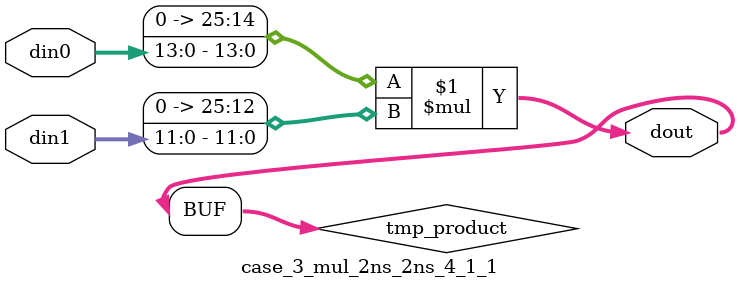
<source format=v>

`timescale 1 ns / 1 ps

 (* use_dsp = "no" *)  module case_3_mul_2ns_2ns_4_1_1(din0, din1, dout);
parameter ID = 1;
parameter NUM_STAGE = 0;
parameter din0_WIDTH = 14;
parameter din1_WIDTH = 12;
parameter dout_WIDTH = 26;

input [din0_WIDTH - 1 : 0] din0; 
input [din1_WIDTH - 1 : 0] din1; 
output [dout_WIDTH - 1 : 0] dout;

wire signed [dout_WIDTH - 1 : 0] tmp_product;
























assign tmp_product = $signed({1'b0, din0}) * $signed({1'b0, din1});











assign dout = tmp_product;





















endmodule

</source>
